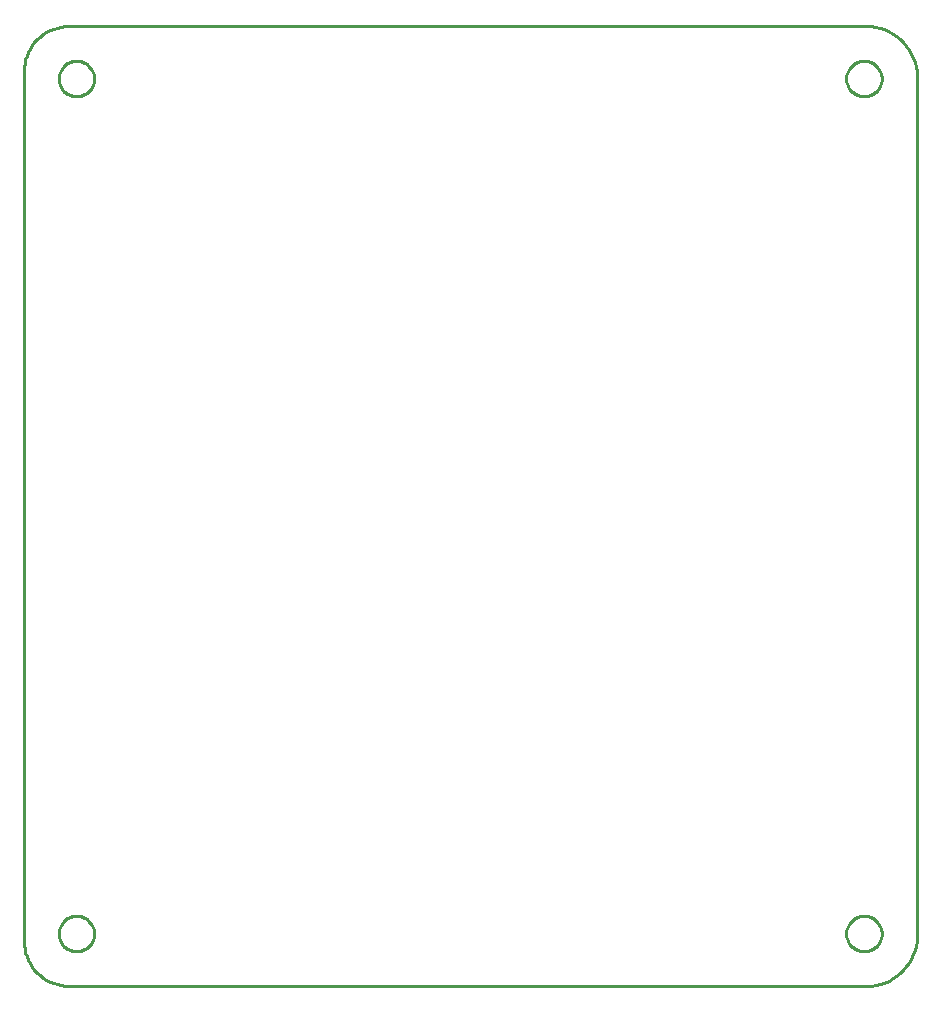
<source format=gbr>
G04 EAGLE Gerber RS-274X export*
G75*
%MOMM*%
%FSLAX34Y34*%
%LPD*%
%IN*%
%IPPOS*%
%AMOC8*
5,1,8,0,0,1.08239X$1,22.5*%
G01*
%ADD10C,0.254000*%


D10*
X2540Y38300D02*
X2685Y34979D01*
X3119Y31684D01*
X3838Y28439D01*
X4838Y25269D01*
X6110Y22198D01*
X7644Y19250D01*
X9430Y16447D01*
X11454Y13810D01*
X13699Y11359D01*
X16150Y9114D01*
X18787Y7090D01*
X21590Y5304D01*
X24538Y3770D01*
X27609Y2498D01*
X30779Y1498D01*
X34024Y779D01*
X37319Y345D01*
X40640Y200D01*
X708100Y200D01*
X711981Y-185D01*
X715880Y-230D01*
X719769Y64D01*
X723617Y697D01*
X727396Y1662D01*
X731076Y2953D01*
X734629Y4560D01*
X738029Y6471D01*
X741249Y8670D01*
X744266Y11142D01*
X747055Y13868D01*
X749597Y16826D01*
X751870Y19994D01*
X753860Y23349D01*
X755549Y26864D01*
X756925Y30513D01*
X757978Y34268D01*
X758700Y38100D01*
X758700Y774700D01*
X757977Y778550D01*
X756922Y782322D01*
X755542Y785988D01*
X753848Y789520D01*
X751852Y792890D01*
X749570Y796074D01*
X747019Y799047D01*
X744219Y801786D01*
X741191Y804271D01*
X737958Y806482D01*
X734544Y808404D01*
X730976Y810020D01*
X727280Y811319D01*
X723486Y812291D01*
X719621Y812929D01*
X715715Y813227D01*
X711798Y813184D01*
X707900Y812800D01*
X40640Y812800D01*
X37319Y812655D01*
X34024Y812221D01*
X30779Y811502D01*
X27609Y810502D01*
X24538Y809230D01*
X21590Y807696D01*
X18787Y805910D01*
X16150Y803886D01*
X13699Y801641D01*
X11454Y799190D01*
X9430Y796553D01*
X7644Y793750D01*
X6110Y790802D01*
X4838Y787731D01*
X3838Y784561D01*
X3119Y781316D01*
X2685Y778021D01*
X2540Y774700D01*
X2540Y38300D01*
X728740Y43914D02*
X728664Y42846D01*
X728511Y41785D01*
X728283Y40738D01*
X727981Y39710D01*
X727607Y38706D01*
X727162Y37731D01*
X726648Y36791D01*
X726069Y35890D01*
X725427Y35032D01*
X724725Y34222D01*
X723968Y33465D01*
X723158Y32763D01*
X722300Y32121D01*
X721399Y31542D01*
X720459Y31028D01*
X719484Y30583D01*
X718480Y30209D01*
X717452Y29907D01*
X716405Y29679D01*
X715344Y29526D01*
X714276Y29450D01*
X713204Y29450D01*
X712136Y29526D01*
X711075Y29679D01*
X710028Y29907D01*
X709000Y30209D01*
X707996Y30583D01*
X707021Y31028D01*
X706081Y31542D01*
X705180Y32121D01*
X704322Y32763D01*
X703512Y33465D01*
X702755Y34222D01*
X702053Y35032D01*
X701411Y35890D01*
X700832Y36791D01*
X700318Y37731D01*
X699873Y38706D01*
X699499Y39710D01*
X699197Y40738D01*
X698969Y41785D01*
X698816Y42846D01*
X698740Y43914D01*
X698740Y44986D01*
X698816Y46054D01*
X698969Y47115D01*
X699197Y48162D01*
X699499Y49190D01*
X699873Y50194D01*
X700318Y51169D01*
X700832Y52109D01*
X701411Y53010D01*
X702053Y53868D01*
X702755Y54678D01*
X703512Y55435D01*
X704322Y56137D01*
X705180Y56779D01*
X706081Y57358D01*
X707021Y57872D01*
X707996Y58317D01*
X709000Y58691D01*
X710028Y58993D01*
X711075Y59221D01*
X712136Y59374D01*
X713204Y59450D01*
X714276Y59450D01*
X715344Y59374D01*
X716405Y59221D01*
X717452Y58993D01*
X718480Y58691D01*
X719484Y58317D01*
X720459Y57872D01*
X721399Y57358D01*
X722300Y56779D01*
X723158Y56137D01*
X723968Y55435D01*
X724725Y54678D01*
X725427Y53868D01*
X726069Y53010D01*
X726648Y52109D01*
X727162Y51169D01*
X727607Y50194D01*
X727981Y49190D01*
X728283Y48162D01*
X728511Y47115D01*
X728664Y46054D01*
X728740Y44986D01*
X728740Y43914D01*
X61990Y43914D02*
X61914Y42846D01*
X61761Y41785D01*
X61533Y40738D01*
X61231Y39710D01*
X60857Y38706D01*
X60412Y37731D01*
X59898Y36791D01*
X59319Y35890D01*
X58677Y35032D01*
X57975Y34222D01*
X57218Y33465D01*
X56408Y32763D01*
X55550Y32121D01*
X54649Y31542D01*
X53709Y31028D01*
X52734Y30583D01*
X51730Y30209D01*
X50702Y29907D01*
X49655Y29679D01*
X48594Y29526D01*
X47526Y29450D01*
X46454Y29450D01*
X45386Y29526D01*
X44325Y29679D01*
X43278Y29907D01*
X42250Y30209D01*
X41246Y30583D01*
X40271Y31028D01*
X39331Y31542D01*
X38430Y32121D01*
X37572Y32763D01*
X36762Y33465D01*
X36005Y34222D01*
X35303Y35032D01*
X34661Y35890D01*
X34082Y36791D01*
X33568Y37731D01*
X33123Y38706D01*
X32749Y39710D01*
X32447Y40738D01*
X32219Y41785D01*
X32066Y42846D01*
X31990Y43914D01*
X31990Y44986D01*
X32066Y46054D01*
X32219Y47115D01*
X32447Y48162D01*
X32749Y49190D01*
X33123Y50194D01*
X33568Y51169D01*
X34082Y52109D01*
X34661Y53010D01*
X35303Y53868D01*
X36005Y54678D01*
X36762Y55435D01*
X37572Y56137D01*
X38430Y56779D01*
X39331Y57358D01*
X40271Y57872D01*
X41246Y58317D01*
X42250Y58691D01*
X43278Y58993D01*
X44325Y59221D01*
X45386Y59374D01*
X46454Y59450D01*
X47526Y59450D01*
X48594Y59374D01*
X49655Y59221D01*
X50702Y58993D01*
X51730Y58691D01*
X52734Y58317D01*
X53709Y57872D01*
X54649Y57358D01*
X55550Y56779D01*
X56408Y56137D01*
X57218Y55435D01*
X57975Y54678D01*
X58677Y53868D01*
X59319Y53010D01*
X59898Y52109D01*
X60412Y51169D01*
X60857Y50194D01*
X61231Y49190D01*
X61533Y48162D01*
X61761Y47115D01*
X61914Y46054D01*
X61990Y44986D01*
X61990Y43914D01*
X728740Y767814D02*
X728664Y766746D01*
X728511Y765685D01*
X728283Y764638D01*
X727981Y763610D01*
X727607Y762606D01*
X727162Y761631D01*
X726648Y760691D01*
X726069Y759790D01*
X725427Y758932D01*
X724725Y758122D01*
X723968Y757365D01*
X723158Y756663D01*
X722300Y756021D01*
X721399Y755442D01*
X720459Y754928D01*
X719484Y754483D01*
X718480Y754109D01*
X717452Y753807D01*
X716405Y753579D01*
X715344Y753426D01*
X714276Y753350D01*
X713204Y753350D01*
X712136Y753426D01*
X711075Y753579D01*
X710028Y753807D01*
X709000Y754109D01*
X707996Y754483D01*
X707021Y754928D01*
X706081Y755442D01*
X705180Y756021D01*
X704322Y756663D01*
X703512Y757365D01*
X702755Y758122D01*
X702053Y758932D01*
X701411Y759790D01*
X700832Y760691D01*
X700318Y761631D01*
X699873Y762606D01*
X699499Y763610D01*
X699197Y764638D01*
X698969Y765685D01*
X698816Y766746D01*
X698740Y767814D01*
X698740Y768886D01*
X698816Y769954D01*
X698969Y771015D01*
X699197Y772062D01*
X699499Y773090D01*
X699873Y774094D01*
X700318Y775069D01*
X700832Y776009D01*
X701411Y776910D01*
X702053Y777768D01*
X702755Y778578D01*
X703512Y779335D01*
X704322Y780037D01*
X705180Y780679D01*
X706081Y781258D01*
X707021Y781772D01*
X707996Y782217D01*
X709000Y782591D01*
X710028Y782893D01*
X711075Y783121D01*
X712136Y783274D01*
X713204Y783350D01*
X714276Y783350D01*
X715344Y783274D01*
X716405Y783121D01*
X717452Y782893D01*
X718480Y782591D01*
X719484Y782217D01*
X720459Y781772D01*
X721399Y781258D01*
X722300Y780679D01*
X723158Y780037D01*
X723968Y779335D01*
X724725Y778578D01*
X725427Y777768D01*
X726069Y776910D01*
X726648Y776009D01*
X727162Y775069D01*
X727607Y774094D01*
X727981Y773090D01*
X728283Y772062D01*
X728511Y771015D01*
X728664Y769954D01*
X728740Y768886D01*
X728740Y767814D01*
X61990Y767814D02*
X61914Y766746D01*
X61761Y765685D01*
X61533Y764638D01*
X61231Y763610D01*
X60857Y762606D01*
X60412Y761631D01*
X59898Y760691D01*
X59319Y759790D01*
X58677Y758932D01*
X57975Y758122D01*
X57218Y757365D01*
X56408Y756663D01*
X55550Y756021D01*
X54649Y755442D01*
X53709Y754928D01*
X52734Y754483D01*
X51730Y754109D01*
X50702Y753807D01*
X49655Y753579D01*
X48594Y753426D01*
X47526Y753350D01*
X46454Y753350D01*
X45386Y753426D01*
X44325Y753579D01*
X43278Y753807D01*
X42250Y754109D01*
X41246Y754483D01*
X40271Y754928D01*
X39331Y755442D01*
X38430Y756021D01*
X37572Y756663D01*
X36762Y757365D01*
X36005Y758122D01*
X35303Y758932D01*
X34661Y759790D01*
X34082Y760691D01*
X33568Y761631D01*
X33123Y762606D01*
X32749Y763610D01*
X32447Y764638D01*
X32219Y765685D01*
X32066Y766746D01*
X31990Y767814D01*
X31990Y768886D01*
X32066Y769954D01*
X32219Y771015D01*
X32447Y772062D01*
X32749Y773090D01*
X33123Y774094D01*
X33568Y775069D01*
X34082Y776009D01*
X34661Y776910D01*
X35303Y777768D01*
X36005Y778578D01*
X36762Y779335D01*
X37572Y780037D01*
X38430Y780679D01*
X39331Y781258D01*
X40271Y781772D01*
X41246Y782217D01*
X42250Y782591D01*
X43278Y782893D01*
X44325Y783121D01*
X45386Y783274D01*
X46454Y783350D01*
X47526Y783350D01*
X48594Y783274D01*
X49655Y783121D01*
X50702Y782893D01*
X51730Y782591D01*
X52734Y782217D01*
X53709Y781772D01*
X54649Y781258D01*
X55550Y780679D01*
X56408Y780037D01*
X57218Y779335D01*
X57975Y778578D01*
X58677Y777768D01*
X59319Y776910D01*
X59898Y776009D01*
X60412Y775069D01*
X60857Y774094D01*
X61231Y773090D01*
X61533Y772062D01*
X61761Y771015D01*
X61914Y769954D01*
X61990Y768886D01*
X61990Y767814D01*
M02*

</source>
